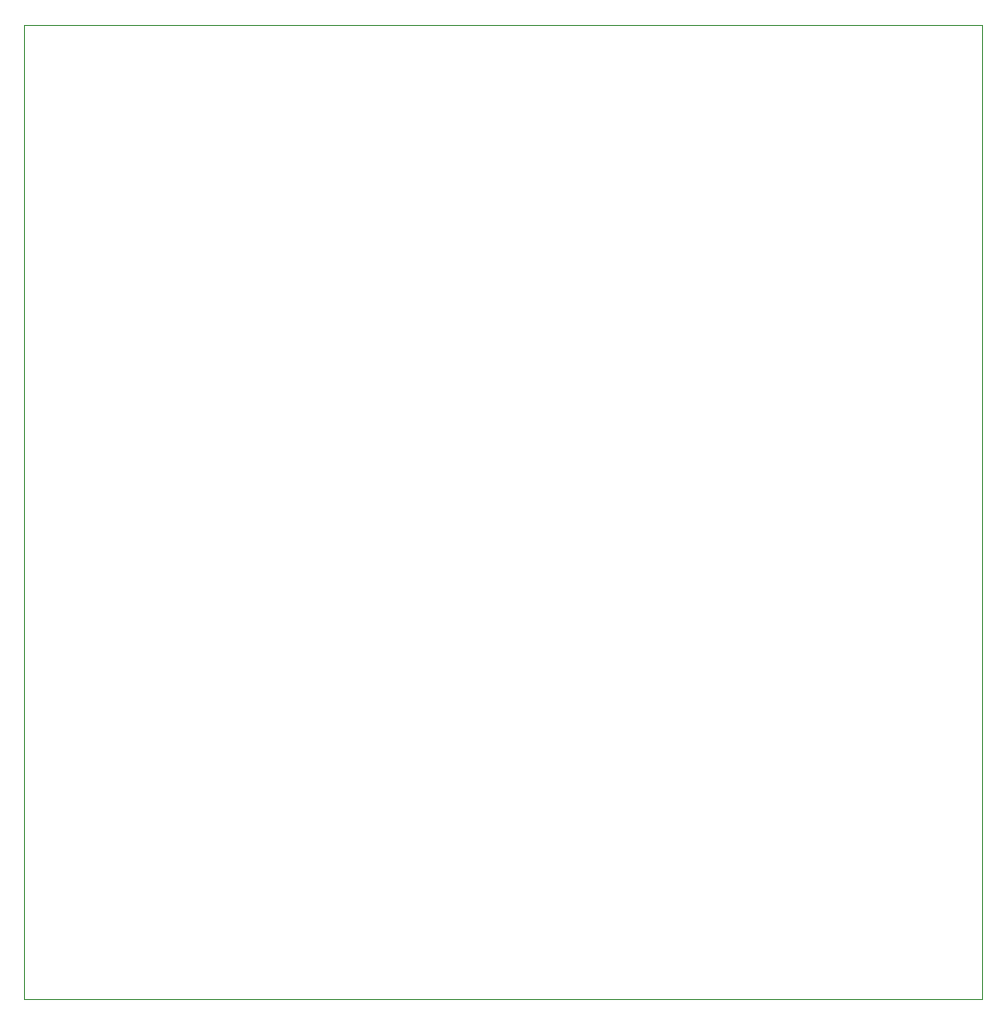
<source format=gbr>
G04 #@! TF.GenerationSoftware,KiCad,Pcbnew,5.1.4*
G04 #@! TF.CreationDate,2020-01-07T14:28:49-05:00*
G04 #@! TF.ProjectId,model-train-cdu,6d6f6465-6c2d-4747-9261-696e2d636475,rev?*
G04 #@! TF.SameCoordinates,Original*
G04 #@! TF.FileFunction,Profile,NP*
%FSLAX46Y46*%
G04 Gerber Fmt 4.6, Leading zero omitted, Abs format (unit mm)*
G04 Created by KiCad (PCBNEW 5.1.4) date 2020-01-07 14:28:49*
%MOMM*%
%LPD*%
G04 APERTURE LIST*
%ADD10C,0.050000*%
G04 APERTURE END LIST*
D10*
X122000000Y58000000D02*
X40800000Y58000000D01*
X122000000Y-24600000D02*
X122000000Y58000000D01*
X40800000Y-24600000D02*
X122000000Y-24600000D01*
X40800000Y58000000D02*
X40800000Y-24600000D01*
M02*

</source>
